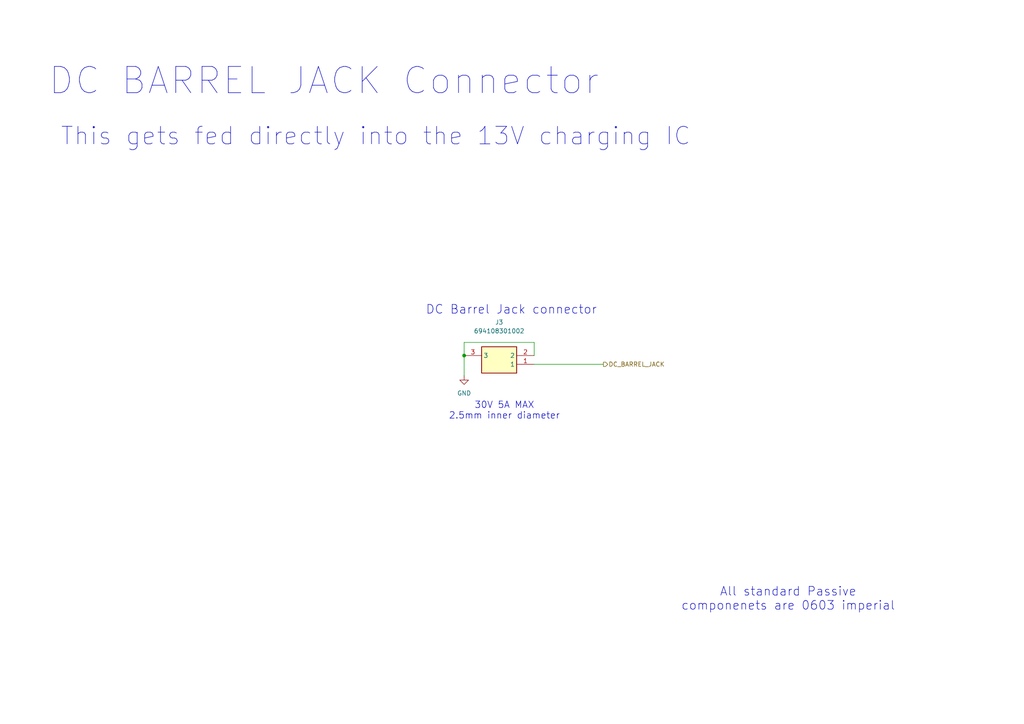
<source format=kicad_sch>
(kicad_sch (version 20231120) (generator "eeschema") (generator_version "8.0")
  (paper "A4")
  (lib_symbols
    (symbol "694108301002:694108301002"
      (property "Reference" "J" (at 16.51 7.62 0))
      (property "Value" "694108301002" (at 16.51 5.08 0))
      (symbol "694108301002_1_1"
        (rectangle (start 5.08 2.54) (end 15.24 -5.08) (stroke (width 0.254)) (fill (type background)))
        (pin passive line (at 20.32 -2.54 180) (length 5.08) (name "1") (number "1"))
        (pin passive line (at 20.32 0 180) (length 5.08) (name "2") (number "2"))
        (pin passive line (at 0 0 0) (length 5.08) (name "3") (number "3"))
      )
    )
    (symbol "power:GND" (power) (pin_numbers hide) (pin_names (offset 0) hide)
      (property "Value" "GND" (at 0 -3.81 0))
      (symbol "GND_0_1"
        (polyline (pts (xy 0 0) (xy 0 -1.27) (xy 1.27 -1.27) (xy 0 -2.54) (xy -1.27 -1.27) (xy 0 -1.27)))
      )
      (symbol "GND_1_1"
        (pin power_in line (at 0 0 270) (length 0) (name "~") (number "1"))
      )
    )
  )
  (junction (at 134.62 103.124))
  (wire (pts (xy 154.94 103.124) (xy 154.94 99.314)))
  (wire (pts (xy 134.62 103.124) (xy 134.62 108.966)))
  (wire (pts (xy 154.94 105.664) (xy 175.006 105.664)))
  (wire (pts (xy 154.94 99.314) (xy 134.62 99.314)))
  (wire (pts (xy 134.62 99.314) (xy 134.62 103.124)))
  (text "All standard Passive\ncomponenets are 0603 imperial" (at 228.6 173.736 0) (effects (font (size 2.54 2.54))))
  (text "This gets fed directly into the 13V charging IC" (at 108.966 39.624 0) (effects (font (size 5.08 5.08))))
  (text "30V 5A MAX\n2.5mm inner diameter" (at 146.304 119.126 0) (effects (font (size 1.905 1.905))))
  (text "DC Barrel Jack connector\n" (at 148.336 89.916 0) (effects (font (size 2.54 2.54))))
  (text "DC BARREL JACK Connector\n" (at 93.98 23.622 0) (effects (font (size 7.62 7.62))))
  (hierarchical_label "DC_BARREL_JACK" (shape output) (at 175.006 105.664 0))
  (symbol (lib_id "power:GND") (at 134.62 108.966 0) (mirror y) (unit 1)
    (property "Reference" "#PWR029" (effects (hide yes)))
    (property "Value" "GND" (at 134.62 114.046 0))
    (property "Description" "Power symbol creates a global label with name \"GND\" , ground" (effects (hide yes)))
  )
  (symbol (lib_id "694108301002:694108301002") (at 134.62 103.124 0) (unit 1)
    (property "Reference" "J3" (at 144.78 93.472 0))
    (property "Value" "694108301002" (at 144.78 96.012 0))
    (property "Footprint" "RobotBMS:694108301002" (effects (hide yes)))
    (property "Datasheet" "https://www.mouser.co.uk/ProductDetail/Wurth-Elektronik/694108301002?qs=a9WhcLg8qCwpBR6w1flhOw%3D%3D&srsltid=AfmBOoprH2athC-B50XwA6svXtxN7ZZwMgzBne9QUqA8l4yvF5rTB4wq" (effects (hide yes)))
    (property "Description" "DC Power Jack Right Angled 5A, 30 V(DC), Contact Resistance 50 m" (effects (hide yes)))
    (property "Height" "11" (effects (hide yes)))
    (property "Mouser Part Number" "710-694108301002" (effects (hide yes)))
    (property "Mouser Price/Stock" "https://www.mouser.co.uk/ProductDetail/Wurth-Elektronik/694108301002?qs=a9WhcLg8qCwpBR6w1flhOw%3D%3D" (effects (hide yes)))
    (property "Manufacturer_Name" "Wurth Elektronik" (effects (hide yes)))
    (property "Manufacturer_Part_Number" "694108301002" (effects (hide yes)))
    (property "Price" "0.804" (effects (hide yes)))
  )
)
</source>
